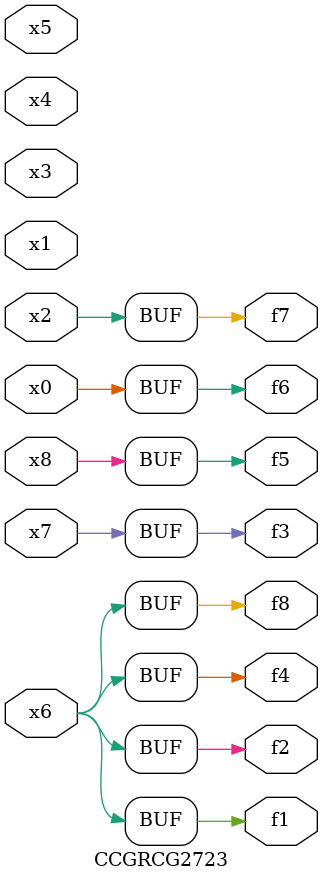
<source format=v>
module CCGRCG2723(
	input x0, x1, x2, x3, x4, x5, x6, x7, x8,
	output f1, f2, f3, f4, f5, f6, f7, f8
);
	assign f1 = x6;
	assign f2 = x6;
	assign f3 = x7;
	assign f4 = x6;
	assign f5 = x8;
	assign f6 = x0;
	assign f7 = x2;
	assign f8 = x6;
endmodule

</source>
